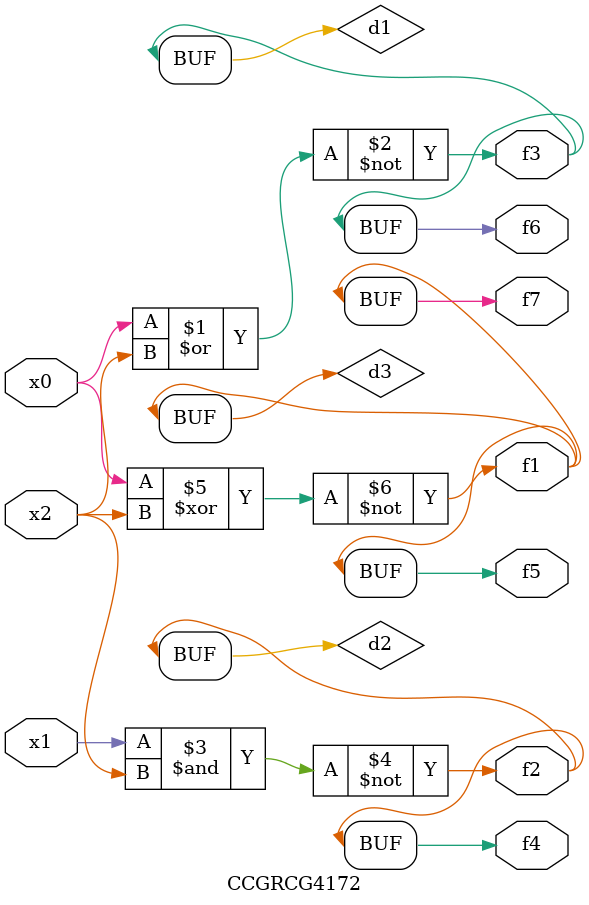
<source format=v>
module CCGRCG4172(
	input x0, x1, x2,
	output f1, f2, f3, f4, f5, f6, f7
);

	wire d1, d2, d3;

	nor (d1, x0, x2);
	nand (d2, x1, x2);
	xnor (d3, x0, x2);
	assign f1 = d3;
	assign f2 = d2;
	assign f3 = d1;
	assign f4 = d2;
	assign f5 = d3;
	assign f6 = d1;
	assign f7 = d3;
endmodule

</source>
